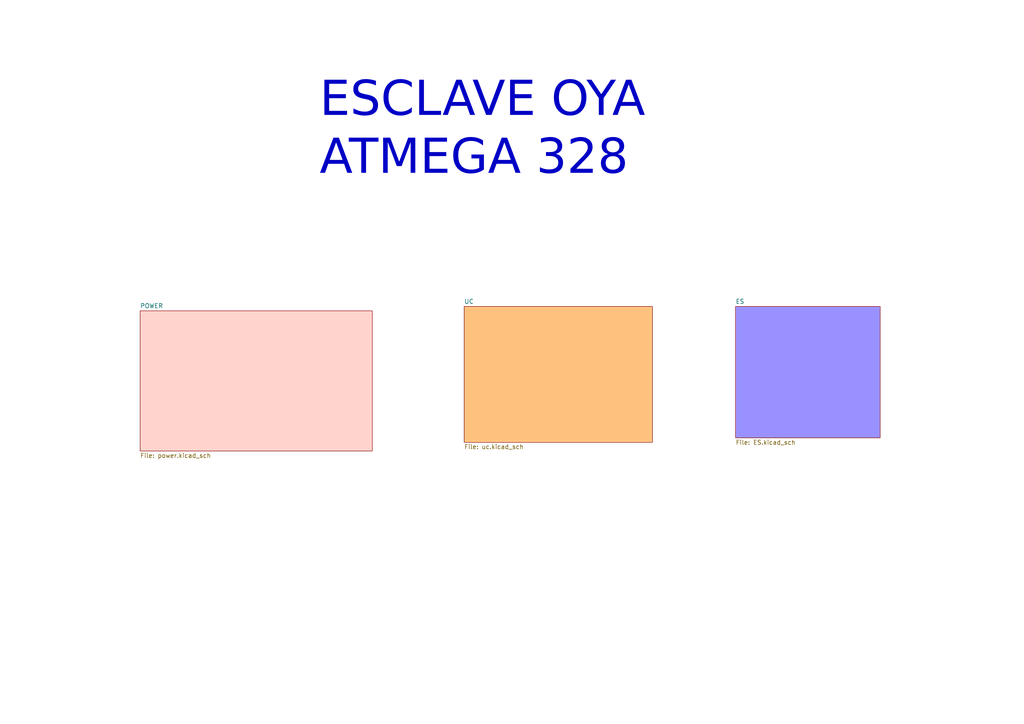
<source format=kicad_sch>
(kicad_sch (version 20230121) (generator eeschema)
  (paper "A4")
  (lib_symbols)
  (text "ESCLAVE OYA\nATMEGA 328" (at 92.71 54.61 0) (effects (font (size 10 10)) (justify left bottom)))
  (sheet (at 134.62 88.9) (size 54.61 39.37) (stroke (width 0.1524)) (fill (color 255 194 126 1.0000))
    (property "Sheetname" "UC" (at 134.62 88.1884 0) (effects (justify left bottom)))
    (property "Sheetfile" "uc.kicad_sch" (at 134.62 128.8546 0) (effects (justify left top)))
  )
  (sheet (at 40.64 90.17) (size 67.31 40.64) (stroke (width 0.1524)) (fill (color 255 212 205 1.0000))
    (property "Sheetname" "POWER" (at 40.64 89.4584 0) (effects (justify left bottom)))
    (property "Sheetfile" "power.kicad_sch" (at 40.64 131.3946 0) (effects (justify left top)))
  )
  (sheet (at 213.36 88.9) (size 41.91 38.1) (stroke (width 0.1524)) (fill (color 153 145 255 1.0000))
    (property "Sheetname" "ES" (at 213.36 88.1884 0) (effects (justify left bottom)))
    (property "Sheetfile" "ES.kicad_sch" (at 213.36 127.5846 0) (effects (justify left top)))
  )
)
</source>
